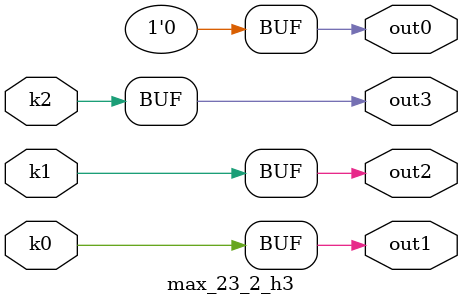
<source format=v>
module max_23_2(pi0, pi1, pi2, pi3, pi4, pi5, pi6, po0, po1, po2, po3);
input pi0, pi1, pi2, pi3, pi4, pi5, pi6;
output po0, po1, po2, po3;
wire k0, k1, k2;
max_23_2_w3 DUT1 (pi0, pi1, pi2, pi3, pi4, pi5, pi6, k0, k1, k2);
max_23_2_h3 DUT2 (k0, k1, k2, po0, po1, po2, po3);
endmodule

module max_23_2_w3(in6, in5, in4, in3, in2, in1, in0, k2, k1, k0);
input in6, in5, in4, in3, in2, in1, in0;
output k2, k1, k0;
assign k0 =   in1 ? ~in5 : ~in3;
assign k1 =   ~in0 & ((((~in6 & (~in2 | in4)) | (~in2 & in4)) & (~in5 | in3)) | (~in5 & in3));
assign k2 =   in1;
endmodule

module max_23_2_h3(k2, k1, k0, out3, out2, out1, out0);
input k2, k1, k0;
output out3, out2, out1, out0;
assign out0 = 0;
assign out1 = k0;
assign out2 = k1;
assign out3 = k2;
endmodule

</source>
